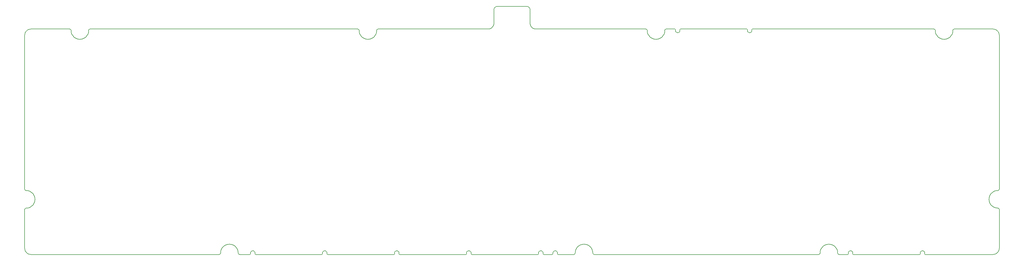
<source format=gm1>
G04 #@! TF.GenerationSoftware,KiCad,Pcbnew,(5.99.0-11177-g6c67dfa032)*
G04 #@! TF.CreationDate,2021-08-04T18:31:12+03:00*
G04 #@! TF.ProjectId,lyra_alpha,6c797261-5f61-46c7-9068-612e6b696361,rev?*
G04 #@! TF.SameCoordinates,Original*
G04 #@! TF.FileFunction,Profile,NP*
%FSLAX46Y46*%
G04 Gerber Fmt 4.6, Leading zero omitted, Abs format (unit mm)*
G04 Created by KiCad (PCBNEW (5.99.0-11177-g6c67dfa032)) date 2021-08-04 18:31:12*
%MOMM*%
%LPD*%
G01*
G04 APERTURE LIST*
%ADD10C,0.200000*%
G04 APERTURE END LIST*
D10*
X83862100Y-132550000D02*
X146052599Y-132550000D01*
X293412900Y-58450000D02*
X293397927Y-58746503D01*
X293353981Y-59034443D01*
X293282519Y-59312361D01*
X293185000Y-59578800D01*
X293062880Y-59832300D01*
X292917618Y-60071406D01*
X292750672Y-60294658D01*
X292563500Y-60500600D01*
X292357558Y-60687772D01*
X292134306Y-60854718D01*
X291895200Y-60999980D01*
X291641700Y-61122100D01*
X291375261Y-61219619D01*
X291097343Y-61291081D01*
X290809403Y-61335027D01*
X290512900Y-61350000D01*
X353829800Y-132550000D02*
X354014864Y-132468105D01*
X354079800Y-132300000D01*
X257917800Y-132300000D02*
X257999694Y-132485064D01*
X258167800Y-132550000D01*
X204793200Y-131325699D02*
X205016222Y-131359418D01*
X205212526Y-131453790D01*
X205371932Y-131598634D01*
X205484259Y-131783770D01*
X205539327Y-131999018D01*
X205543200Y-132075699D01*
X297681000Y-59174300D02*
X297457977Y-59140580D01*
X297261673Y-59046208D01*
X297102267Y-58901364D01*
X296989940Y-58716228D01*
X296934872Y-58500980D01*
X296931000Y-58424300D01*
X287612900Y-58452300D02*
X287613000Y-58444500D01*
X388662900Y-58433700D02*
X388663100Y-58450000D01*
X382863100Y-58452300D02*
X382863200Y-58444500D01*
X102912000Y-58433700D02*
X102912200Y-58450000D01*
X229605500Y-132550000D02*
X251406200Y-132550000D01*
X146052599Y-132550000D02*
X146268089Y-132501348D01*
X146436788Y-132369897D01*
X146536111Y-132177406D01*
X146553000Y-132052100D01*
X269599200Y-132048900D02*
X269599100Y-132071700D01*
X347663000Y-129150000D02*
X347959503Y-129164972D01*
X348247443Y-129208916D01*
X348525361Y-129280373D01*
X348791800Y-129377882D01*
X349045300Y-129499985D01*
X349284406Y-129645222D01*
X349507658Y-129812134D01*
X349713600Y-129999262D01*
X349900772Y-130205145D01*
X350067718Y-130428324D01*
X350212980Y-130667341D01*
X350335100Y-130920735D01*
X350432619Y-131187047D01*
X350504081Y-131464819D01*
X350548027Y-131752589D01*
X350563000Y-132048900D01*
X229355500Y-132300000D02*
X229437394Y-132485064D01*
X229605500Y-132550000D01*
X82256599Y-117200200D02*
X82041822Y-117251178D01*
X81874730Y-117384012D01*
X81777612Y-117576142D01*
X81762100Y-117700200D01*
X351062400Y-132550000D02*
X353829800Y-132550000D01*
X350563000Y-132048900D02*
X350562900Y-132071700D01*
X263298900Y-132550000D02*
X263514389Y-132501348D01*
X263683087Y-132369897D01*
X263782410Y-132177406D01*
X263799300Y-132052100D01*
X400611900Y-114298100D02*
X400626872Y-114001596D01*
X400670816Y-113713656D01*
X400742273Y-113435738D01*
X400839782Y-113169300D01*
X400961885Y-112915799D01*
X401107123Y-112676693D01*
X401274035Y-112453441D01*
X401461162Y-112247500D01*
X401667045Y-112060327D01*
X401890225Y-111893381D01*
X402129241Y-111748119D01*
X402382635Y-111626000D01*
X402648948Y-111528480D01*
X402926719Y-111457018D01*
X403214489Y-111413072D01*
X403510800Y-111398100D01*
X152852300Y-132550000D02*
X156168200Y-132550000D01*
X270098600Y-132550000D02*
X344262700Y-132550000D01*
X377860300Y-132300000D02*
X377860300Y-132075699D01*
X227855500Y-132075699D02*
X227889219Y-131852676D01*
X227983591Y-131656372D01*
X228128435Y-131496966D01*
X228313571Y-131384639D01*
X228528819Y-131329571D01*
X228605500Y-131325699D01*
X296931000Y-58200000D02*
X296849105Y-58014935D01*
X296681000Y-57950000D01*
X157168200Y-131325699D02*
X157391222Y-131359418D01*
X157587526Y-131453790D01*
X157746932Y-131598634D01*
X157859259Y-131783770D01*
X157914327Y-131999018D01*
X157918200Y-132075699D01*
X100012200Y-61350000D02*
X99715695Y-61335027D01*
X99427755Y-61291085D01*
X99149837Y-61219634D01*
X98883399Y-61122135D01*
X98629898Y-61000050D01*
X98390793Y-60854840D01*
X98167540Y-60687965D01*
X97961599Y-60500887D01*
X97774427Y-60295067D01*
X97607480Y-60071967D01*
X97462219Y-59833048D01*
X97340099Y-59579770D01*
X97242580Y-59313595D01*
X97171118Y-59035984D01*
X97127172Y-58748399D01*
X97112200Y-58452300D01*
X181968000Y-132550000D02*
X203793200Y-132550000D01*
X344763000Y-132050000D02*
X344777972Y-131753495D01*
X344821918Y-131465555D01*
X344893380Y-131187637D01*
X344990900Y-130921199D01*
X345113019Y-130667698D01*
X345258281Y-130428593D01*
X345425227Y-130205340D01*
X345612400Y-129999399D01*
X345818341Y-129812227D01*
X346041593Y-129645280D01*
X346280699Y-129500019D01*
X346534200Y-129377899D01*
X346800638Y-129280380D01*
X347078556Y-129208918D01*
X347366496Y-129164972D01*
X347663000Y-129150000D01*
X344763100Y-132052100D02*
X344763000Y-132050000D01*
X290512900Y-61350000D02*
X290216396Y-61335027D01*
X289928456Y-61291085D01*
X289650538Y-61219634D01*
X289384100Y-61122135D01*
X289130599Y-61000050D01*
X288891493Y-60854840D01*
X288668241Y-60687965D01*
X288462300Y-60500887D01*
X288275127Y-60295067D01*
X288108181Y-60071967D01*
X287962919Y-59833048D01*
X287840800Y-59579770D01*
X287743280Y-59313595D01*
X287671818Y-59035984D01*
X287627872Y-58748399D01*
X287612900Y-58452300D01*
X404011899Y-110898700D02*
X404011899Y-60050000D01*
X181718000Y-132300000D02*
X181799894Y-132485064D01*
X181968000Y-132550000D01*
X403511899Y-117198100D02*
X403215395Y-117183127D01*
X402927455Y-117139181D01*
X402649537Y-117067719D01*
X402383099Y-116970200D01*
X402129598Y-116848080D01*
X401890493Y-116702818D01*
X401667241Y-116535872D01*
X401461299Y-116348700D01*
X401274127Y-116142758D01*
X401107181Y-115919506D01*
X400961919Y-115680400D01*
X400839799Y-115426900D01*
X400742280Y-115160461D01*
X400670818Y-114882543D01*
X400626872Y-114594603D01*
X400611900Y-114298100D01*
X293412700Y-58433700D02*
X293412900Y-58450000D01*
X355579800Y-132300000D02*
X355661693Y-132485064D01*
X355829800Y-132550000D01*
X180968000Y-131325699D02*
X181191022Y-131359418D01*
X181387326Y-131453790D01*
X181546732Y-131598634D01*
X181659059Y-131783770D01*
X181714127Y-131999018D01*
X181718000Y-132075699D01*
X205543200Y-132075699D02*
X205543200Y-132300000D01*
X298681000Y-57950000D02*
X298495935Y-58031894D01*
X298431000Y-58200000D01*
X385763100Y-61350000D02*
X385466596Y-61335027D01*
X385178656Y-61291085D01*
X384900738Y-61219634D01*
X384634300Y-61122135D01*
X384380799Y-61000050D01*
X384141693Y-60854840D01*
X383918441Y-60687965D01*
X383712500Y-60500887D01*
X383525327Y-60295067D01*
X383358381Y-60071967D01*
X383213119Y-59833048D01*
X383091000Y-59579770D01*
X382993480Y-59313595D01*
X382922018Y-59035984D01*
X382878072Y-58748399D01*
X382863100Y-58452300D01*
X238011000Y-50449900D02*
X237790923Y-50472503D01*
X237585198Y-50537218D01*
X237398446Y-50639406D01*
X237235287Y-50774425D01*
X237100342Y-50937634D01*
X236998232Y-51124393D01*
X236933578Y-51330062D01*
X236911000Y-51550000D01*
X320461500Y-57950000D02*
X319788215Y-57950000D01*
X319114931Y-57950000D01*
X318441646Y-57950000D01*
X317768362Y-57950000D01*
X317095078Y-57950000D01*
X316421793Y-57950000D01*
X315748509Y-57950000D01*
X315075225Y-57950000D01*
X314401940Y-57950000D01*
X313728656Y-57950000D01*
X313055371Y-57950000D01*
X312382087Y-57950000D01*
X311708803Y-57950000D01*
X311035518Y-57950000D01*
X310362234Y-57950000D01*
X309688950Y-57950000D01*
X309015665Y-57950000D01*
X308342381Y-57950000D01*
X307669096Y-57950000D01*
X306995812Y-57950000D01*
X306322528Y-57950000D01*
X305649243Y-57950000D01*
X304975959Y-57950000D01*
X304302675Y-57950000D01*
X303629390Y-57950000D01*
X302956106Y-57950000D01*
X302282821Y-57950000D01*
X301609537Y-57950000D01*
X300936253Y-57950000D01*
X300262968Y-57950000D01*
X299589684Y-57950000D01*
X298916400Y-57950000D01*
X156418200Y-132075699D02*
X156451919Y-131852676D01*
X156546291Y-131656372D01*
X156691135Y-131496966D01*
X156876271Y-131384639D01*
X157091519Y-131329571D01*
X157168200Y-131325699D01*
X228605500Y-131325699D02*
X228828522Y-131359418D01*
X229024826Y-131453790D01*
X229184232Y-131598634D01*
X229296559Y-131783770D01*
X229351627Y-131999018D01*
X229355500Y-132075699D01*
X146553000Y-132052100D02*
X146552900Y-132050000D01*
X355829800Y-132550000D02*
X377610300Y-132550000D01*
X404011899Y-130449999D02*
X404011899Y-117698399D01*
X149452900Y-129150000D02*
X149749403Y-129164972D01*
X150037343Y-129208916D01*
X150315261Y-129280373D01*
X150581700Y-129377882D01*
X150835200Y-129499985D01*
X151074306Y-129645222D01*
X151297558Y-129812134D01*
X151503500Y-129999262D01*
X151690672Y-130205145D01*
X151857618Y-130428324D01*
X152002880Y-130667341D01*
X152125000Y-130920735D01*
X152222519Y-131187047D01*
X152293981Y-131464819D01*
X152337927Y-131752589D01*
X152352900Y-132048900D01*
X296681000Y-57950000D02*
X296421464Y-57950000D01*
X296161934Y-57950000D01*
X295902406Y-57950000D01*
X295642881Y-57950000D01*
X295383357Y-57950000D01*
X295123834Y-57950000D01*
X294864310Y-57950000D01*
X294604784Y-57950000D01*
X294345255Y-57950000D01*
X294085723Y-57950000D01*
X293912700Y-57950000D01*
X248863100Y-51550000D02*
X248840665Y-51328942D01*
X248776360Y-51122748D01*
X248674685Y-50935920D01*
X248540137Y-50772962D01*
X248377216Y-50638377D01*
X248190420Y-50536670D01*
X247984248Y-50472343D01*
X247763200Y-50449900D01*
X251406200Y-132550000D02*
X251591264Y-132468105D01*
X251656200Y-132300000D01*
X404011899Y-60050000D02*
X404001002Y-59836110D01*
X403969029Y-59628211D01*
X403917058Y-59427380D01*
X403846167Y-59234693D01*
X403757433Y-59051229D01*
X403651934Y-58878066D01*
X403530746Y-58716280D01*
X403394949Y-58566950D01*
X403245618Y-58431152D01*
X403083832Y-58309964D01*
X402910669Y-58204465D01*
X402727205Y-58115731D01*
X402534519Y-58044840D01*
X402333687Y-57992869D01*
X402125788Y-57960896D01*
X401911900Y-57950000D01*
X203793200Y-132550000D02*
X203978264Y-132468105D01*
X204043200Y-132300000D01*
X377860300Y-132075699D02*
X377894019Y-131852676D01*
X377988391Y-131656372D01*
X378133235Y-131496966D01*
X378318371Y-131384639D01*
X378533619Y-131329571D01*
X378610300Y-131325699D01*
X258167800Y-132550000D02*
X263298900Y-132550000D01*
X157918200Y-132300000D02*
X158000094Y-132485064D01*
X158168200Y-132550000D01*
X192359200Y-58452300D02*
X192359300Y-58444500D01*
X354079800Y-132075699D02*
X354113519Y-131852676D01*
X354207891Y-131656372D01*
X354352735Y-131496966D01*
X354537871Y-131384639D01*
X354753119Y-131329571D01*
X354829800Y-131325699D01*
X82262100Y-111400300D02*
X82558603Y-111415272D01*
X82846543Y-111459218D01*
X83124461Y-111530680D01*
X83390900Y-111628200D01*
X83644400Y-111750319D01*
X83883506Y-111895581D01*
X84106758Y-112062527D01*
X84312700Y-112249700D01*
X84499872Y-112455641D01*
X84666818Y-112678893D01*
X84812080Y-112917999D01*
X84934200Y-113171500D01*
X85031719Y-113437938D01*
X85103181Y-113715856D01*
X85147127Y-114003796D01*
X85162100Y-114300300D01*
X103412000Y-57950000D02*
X103200826Y-57996698D01*
X103033645Y-58123588D01*
X102932094Y-58310860D01*
X102912000Y-58433700D01*
X263799199Y-132050000D02*
X263814171Y-131753495D01*
X263858117Y-131465555D01*
X263929579Y-131187637D01*
X264027099Y-130921199D01*
X264149218Y-130667698D01*
X264294480Y-130428593D01*
X264461426Y-130205340D01*
X264648599Y-129999399D01*
X264854540Y-129812227D01*
X265077793Y-129645280D01*
X265316898Y-129500019D01*
X265570399Y-129377899D01*
X265836838Y-129280380D01*
X266114756Y-129208918D01*
X266402696Y-129164972D01*
X266699200Y-129150000D01*
X296931000Y-58424300D02*
X296931000Y-58200000D01*
X82245800Y-111400500D02*
X82262100Y-111400300D01*
X256417800Y-132300000D02*
X256417800Y-132075699D01*
X204043200Y-132075699D02*
X204076919Y-131852676D01*
X204171291Y-131656372D01*
X204316135Y-131496966D01*
X204501271Y-131384639D01*
X204716519Y-131329571D01*
X204793200Y-131325699D01*
X401911900Y-132550000D02*
X402125690Y-132539096D01*
X402333515Y-132507105D01*
X402534296Y-132455108D01*
X402726952Y-132384184D01*
X402910403Y-132295413D01*
X403083569Y-132189876D01*
X403245369Y-132068653D01*
X403394724Y-131932824D01*
X403530553Y-131783469D01*
X403651776Y-131621669D01*
X403757313Y-131448503D01*
X403846083Y-131265052D01*
X403917007Y-131072396D01*
X403969004Y-130871615D01*
X404000995Y-130663789D01*
X404011899Y-130449999D01*
X377610300Y-132550000D02*
X377795364Y-132468105D01*
X377860300Y-132300000D01*
X344262700Y-132550000D02*
X344478189Y-132501348D01*
X344646887Y-132369897D01*
X344746210Y-132177406D01*
X344763100Y-132052100D01*
X81762100Y-60050000D02*
X81762100Y-110900500D01*
X195259200Y-61350000D02*
X194962696Y-61335027D01*
X194674756Y-61291085D01*
X194396838Y-61219634D01*
X194130400Y-61122135D01*
X193876899Y-61000050D01*
X193637793Y-60854840D01*
X193414541Y-60687965D01*
X193208600Y-60500887D01*
X193021427Y-60295067D01*
X192854481Y-60071967D01*
X192709219Y-59833048D01*
X192587100Y-59579770D01*
X192489580Y-59313595D01*
X192418118Y-59035984D01*
X192374172Y-58748399D01*
X192359200Y-58452300D01*
X247763200Y-50449900D02*
X247458446Y-50449900D01*
X247153692Y-50449900D01*
X246848938Y-50449900D01*
X246544183Y-50449900D01*
X246239427Y-50449900D01*
X245934672Y-50449900D01*
X245629915Y-50449900D01*
X245325159Y-50449900D01*
X245020402Y-50449900D01*
X244715645Y-50449900D01*
X244410888Y-50449900D01*
X244106130Y-50449900D01*
X243801373Y-50449900D01*
X243496615Y-50449900D01*
X243191857Y-50449900D01*
X242887100Y-50449900D01*
X242582342Y-50449900D01*
X242277584Y-50449900D01*
X241972826Y-50449900D01*
X241668069Y-50449900D01*
X241363311Y-50449900D01*
X241058554Y-50449900D01*
X240753797Y-50449900D01*
X240449040Y-50449900D01*
X240144284Y-50449900D01*
X239839527Y-50449900D01*
X239534772Y-50449900D01*
X239230016Y-50449900D01*
X238925261Y-50449900D01*
X238620507Y-50449900D01*
X238315753Y-50449900D01*
X238011000Y-50449900D01*
X83862100Y-57950000D02*
X83648144Y-57960892D01*
X83440196Y-57992853D01*
X83239331Y-58044805D01*
X83046624Y-58115675D01*
X82863152Y-58204384D01*
X82689990Y-58309859D01*
X82528214Y-58431023D01*
X82378899Y-58566800D01*
X82243122Y-58716114D01*
X82121959Y-58877890D01*
X82016484Y-59051052D01*
X81927774Y-59234525D01*
X81856905Y-59427231D01*
X81804953Y-59628096D01*
X81772992Y-59836044D01*
X81762100Y-60050000D01*
X156168200Y-132550000D02*
X156353264Y-132468105D01*
X156418200Y-132300000D01*
X227605500Y-132550000D02*
X227790564Y-132468105D01*
X227855500Y-132300000D01*
X320711500Y-58424300D02*
X320711500Y-58200000D01*
X198159200Y-58450000D02*
X198144227Y-58746503D01*
X198100281Y-59034443D01*
X198028819Y-59312361D01*
X197931299Y-59578800D01*
X197809180Y-59832300D01*
X197663918Y-60071406D01*
X197496972Y-60294658D01*
X197309799Y-60500600D01*
X197103858Y-60687772D01*
X196880605Y-60854718D01*
X196641500Y-60999980D01*
X196387999Y-61122100D01*
X196121561Y-61219619D01*
X195843643Y-61291081D01*
X195555703Y-61335027D01*
X195259200Y-61350000D01*
X256417800Y-132075699D02*
X256451519Y-131852676D01*
X256545891Y-131656372D01*
X256690735Y-131496966D01*
X256875871Y-131384639D01*
X257091119Y-131329571D01*
X257167800Y-131325699D01*
X263799300Y-132052100D02*
X263799199Y-132050000D01*
X158168200Y-132550000D02*
X179968000Y-132550000D01*
X181718000Y-132075699D02*
X181718000Y-132300000D01*
X322211500Y-58424300D02*
X322177780Y-58647322D01*
X322083408Y-58843626D01*
X321938564Y-59003032D01*
X321753428Y-59115359D01*
X321538180Y-59170427D01*
X321461500Y-59174300D01*
X382863200Y-58444500D02*
X382812221Y-58229723D01*
X382679387Y-58062630D01*
X382487257Y-57965512D01*
X382363200Y-57950000D01*
X321461500Y-59174300D02*
X321238477Y-59140580D01*
X321042173Y-59046208D01*
X320882767Y-58901364D01*
X320770440Y-58716228D01*
X320715372Y-58500980D01*
X320711500Y-58424300D01*
X227855500Y-132300000D02*
X227855500Y-132075699D01*
X382363200Y-57950000D02*
X380491274Y-57950000D01*
X378619348Y-57950000D01*
X376747422Y-57950000D01*
X374875495Y-57950000D01*
X373003568Y-57950000D01*
X371131640Y-57950000D01*
X369259712Y-57950000D01*
X367387784Y-57950000D01*
X365515855Y-57950000D01*
X363643926Y-57950000D01*
X361771997Y-57950000D01*
X359900068Y-57950000D01*
X358028138Y-57950000D01*
X356156209Y-57950000D01*
X354284279Y-57950000D01*
X352412350Y-57950000D01*
X350540420Y-57950000D01*
X348668490Y-57950000D01*
X346796561Y-57950000D01*
X344924631Y-57950000D01*
X343052702Y-57950000D01*
X341180773Y-57950000D01*
X339308844Y-57950000D01*
X337436915Y-57950000D01*
X335564987Y-57950000D01*
X333693059Y-57950000D01*
X331821131Y-57950000D01*
X329949204Y-57950000D01*
X328077277Y-57950000D01*
X326205351Y-57950000D01*
X324333425Y-57950000D01*
X322461500Y-57950000D01*
X253406200Y-132550000D02*
X256167800Y-132550000D01*
X257917800Y-132075699D02*
X257917800Y-132300000D01*
X81762100Y-110900500D02*
X81808798Y-111111672D01*
X81935688Y-111278853D01*
X82122960Y-111380405D01*
X82245800Y-111400500D01*
X85162100Y-114300300D02*
X85147127Y-114596803D01*
X85103185Y-114884743D01*
X85031734Y-115162661D01*
X84934235Y-115429100D01*
X84812150Y-115682600D01*
X84666940Y-115921706D01*
X84500065Y-116144958D01*
X84312987Y-116350900D01*
X84107167Y-116538072D01*
X83884067Y-116705018D01*
X83645148Y-116850280D01*
X83391870Y-116972400D01*
X83125695Y-117069919D01*
X82848084Y-117141381D01*
X82560499Y-117185327D01*
X82264400Y-117200300D01*
X322461500Y-57950000D02*
X322276435Y-58031894D01*
X322211500Y-58200000D01*
X152352800Y-132071700D02*
X152408417Y-132280476D01*
X152541644Y-132441826D01*
X152730896Y-132535142D01*
X152852300Y-132550000D01*
X96612300Y-57950000D02*
X83862100Y-57950000D01*
X401911900Y-57950000D02*
X389162900Y-57950000D01*
X403510800Y-111398100D02*
X403533600Y-111398200D01*
X204043200Y-132300000D02*
X204043200Y-132075699D01*
X82264400Y-117200300D02*
X82256599Y-117200200D01*
X180218000Y-132300000D02*
X180218000Y-132075699D01*
X287613000Y-58444500D02*
X287562021Y-58229723D01*
X287429187Y-58062630D01*
X287237057Y-57965512D01*
X287113000Y-57950000D01*
X191859300Y-57950000D02*
X103412000Y-57950000D01*
X156418200Y-132300000D02*
X156418200Y-132075699D01*
X97112200Y-58452300D02*
X97112300Y-58444500D01*
X236911000Y-51550000D02*
X236910800Y-56049600D01*
X320711500Y-58200000D02*
X320629605Y-58014935D01*
X320461500Y-57950000D01*
X102912200Y-58450000D02*
X102897227Y-58746503D01*
X102853281Y-59034443D01*
X102781819Y-59312361D01*
X102684300Y-59578800D01*
X102562180Y-59832300D01*
X102416918Y-60071406D01*
X102249972Y-60294658D01*
X102062800Y-60500600D01*
X101856858Y-60687772D01*
X101633606Y-60854718D01*
X101394500Y-60999980D01*
X101141000Y-61122100D01*
X100874561Y-61219619D01*
X100596643Y-61291081D01*
X100308703Y-61335027D01*
X100012200Y-61350000D01*
X253156200Y-132300000D02*
X253238094Y-132485064D01*
X253406200Y-132550000D01*
X293912700Y-57950000D02*
X293701527Y-57996698D01*
X293534346Y-58123588D01*
X293432794Y-58310860D01*
X293412700Y-58433700D01*
X379610300Y-132550000D02*
X401911900Y-132550000D01*
X252406200Y-131325699D02*
X252629222Y-131359418D01*
X252825526Y-131453790D01*
X252984932Y-131598634D01*
X253097259Y-131783770D01*
X253152327Y-131999018D01*
X253156200Y-132075699D01*
X257167800Y-131325699D02*
X257390822Y-131359418D01*
X257587126Y-131453790D01*
X257746532Y-131598634D01*
X257858859Y-131783770D01*
X257913927Y-131999018D01*
X257917800Y-132075699D01*
X355579800Y-132075699D02*
X355579800Y-132300000D01*
X192359300Y-58444500D02*
X192308321Y-58229723D01*
X192175487Y-58062630D01*
X191983357Y-57965512D01*
X191859300Y-57950000D01*
X404011899Y-117698399D02*
X403963247Y-117482910D01*
X403831797Y-117314211D01*
X403639306Y-117214888D01*
X403514000Y-117198000D01*
X180218000Y-132075699D02*
X180251719Y-131852676D01*
X180346091Y-131656372D01*
X180490935Y-131496966D01*
X180676071Y-131384639D01*
X180891319Y-131329571D01*
X180968000Y-131325699D01*
X251656200Y-132300000D02*
X251656200Y-132075699D01*
X205543200Y-132300000D02*
X205625094Y-132485064D01*
X205793200Y-132550000D01*
X378610300Y-131325699D02*
X378833322Y-131359418D01*
X379029626Y-131453790D01*
X379189032Y-131598634D01*
X379301359Y-131783770D01*
X379356427Y-131999018D01*
X379360300Y-132075699D01*
X152352900Y-132048900D02*
X152352800Y-132071700D01*
X388663100Y-58450000D02*
X388648127Y-58746503D01*
X388604181Y-59034443D01*
X388532719Y-59312361D01*
X388435200Y-59578800D01*
X388313080Y-59832300D01*
X388167818Y-60071406D01*
X388000872Y-60294658D01*
X387813700Y-60500600D01*
X387607758Y-60687772D01*
X387384506Y-60854718D01*
X387145400Y-60999980D01*
X386891900Y-61122100D01*
X386625461Y-61219619D01*
X386347543Y-61291081D01*
X386059603Y-61335027D01*
X385763100Y-61350000D01*
X198659000Y-57950000D02*
X198447827Y-57996698D01*
X198280646Y-58123588D01*
X198179094Y-58310860D01*
X198159000Y-58433700D01*
X253156200Y-132075699D02*
X253156200Y-132300000D01*
X322211500Y-58200000D02*
X322211500Y-58424300D01*
X97112300Y-58444500D02*
X97061321Y-58229723D01*
X96928487Y-58062630D01*
X96736357Y-57965512D01*
X96612300Y-57950000D01*
X205793200Y-132550000D02*
X227605500Y-132550000D01*
X235087100Y-57949200D02*
X198659000Y-57950000D01*
X403533600Y-111398200D02*
X403742375Y-111342581D01*
X403903726Y-111209354D01*
X403997041Y-111020103D01*
X404011899Y-110898700D01*
X250686900Y-57950000D02*
X250400319Y-57925365D01*
X250130356Y-57854776D01*
X249879537Y-57743204D01*
X249650390Y-57595619D01*
X249445440Y-57416993D01*
X249267214Y-57212296D01*
X249118240Y-56986500D01*
X249001045Y-56744576D01*
X248918154Y-56491494D01*
X248872095Y-56232227D01*
X248863100Y-56058400D01*
X236910800Y-56049600D02*
X236890766Y-56310589D01*
X236832323Y-56568986D01*
X236737956Y-56819750D01*
X236610150Y-57057842D01*
X236451392Y-57278222D01*
X236264168Y-57475849D01*
X236050963Y-57645686D01*
X235814262Y-57782690D01*
X235556552Y-57881824D01*
X235280319Y-57938046D01*
X235087100Y-57949200D01*
X298431000Y-58200000D02*
X298431000Y-58424300D01*
X379360300Y-132300000D02*
X379442194Y-132485064D01*
X379610300Y-132550000D01*
X350562900Y-132071700D02*
X350618518Y-132280476D01*
X350751745Y-132441826D01*
X350940996Y-132535142D01*
X351062400Y-132550000D01*
X389162900Y-57950000D02*
X388951727Y-57996698D01*
X388784546Y-58123588D01*
X388682994Y-58310860D01*
X388662900Y-58433700D01*
X179968000Y-132550000D02*
X180153064Y-132468105D01*
X180218000Y-132300000D01*
X354829800Y-131325699D02*
X355052822Y-131359418D01*
X355249126Y-131453790D01*
X355408532Y-131598634D01*
X355520859Y-131783770D01*
X355575927Y-131999018D01*
X355579800Y-132075699D01*
X251656200Y-132075699D02*
X251689919Y-131852676D01*
X251784291Y-131656372D01*
X251929135Y-131496966D01*
X252114271Y-131384639D01*
X252329519Y-131329571D01*
X252406200Y-131325699D01*
X298916400Y-57950000D02*
X298681000Y-57950000D01*
X269599100Y-132071700D02*
X269654718Y-132280476D01*
X269787945Y-132441826D01*
X269977196Y-132535142D01*
X270098600Y-132550000D01*
X287113000Y-57950000D02*
X250686900Y-57950000D01*
X81762100Y-130449999D02*
X81773000Y-130663855D01*
X81804981Y-130871730D01*
X81856965Y-131072545D01*
X81927873Y-131265221D01*
X82016625Y-131448681D01*
X82122143Y-131621845D01*
X82243349Y-131783636D01*
X82379162Y-131932974D01*
X82528505Y-132068783D01*
X82690298Y-132189982D01*
X82863462Y-132295494D01*
X83046920Y-132384240D01*
X83239591Y-132455142D01*
X83440397Y-132507122D01*
X83648260Y-132539100D01*
X83862100Y-132550000D01*
X146552900Y-132050000D02*
X146567872Y-131753495D01*
X146611818Y-131465555D01*
X146683280Y-131187637D01*
X146780799Y-130921199D01*
X146902919Y-130667698D01*
X147048180Y-130428593D01*
X147215127Y-130205340D01*
X147402299Y-129999399D01*
X147608240Y-129812227D01*
X147831493Y-129645280D01*
X148070598Y-129500019D01*
X148324099Y-129377899D01*
X148590537Y-129280380D01*
X148868455Y-129208918D01*
X149156395Y-129164972D01*
X149452900Y-129150000D01*
X198159000Y-58433700D02*
X198159200Y-58450000D01*
X256167800Y-132550000D02*
X256352864Y-132468105D01*
X256417800Y-132300000D01*
X248863100Y-56058400D02*
X248863100Y-51550000D01*
X266699200Y-129150000D02*
X266995703Y-129164972D01*
X267283643Y-129208916D01*
X267561561Y-129280373D01*
X267827999Y-129377882D01*
X268081500Y-129499985D01*
X268320605Y-129645222D01*
X268543858Y-129812134D01*
X268749799Y-129999262D01*
X268936972Y-130205145D01*
X269103918Y-130428324D01*
X269249180Y-130667341D01*
X269371299Y-130920735D01*
X269468819Y-131187047D01*
X269540281Y-131464819D01*
X269584227Y-131752589D01*
X269599200Y-132048900D01*
X379360300Y-132075699D02*
X379360300Y-132300000D01*
X81762100Y-117700200D02*
X81762100Y-130449999D01*
X298431000Y-58424300D02*
X298397280Y-58647322D01*
X298302908Y-58843626D01*
X298158064Y-59003032D01*
X297972928Y-59115359D01*
X297757680Y-59170427D01*
X297681000Y-59174300D01*
X157918200Y-132075699D02*
X157918200Y-132300000D01*
X229355500Y-132075699D02*
X229355500Y-132300000D01*
X403514000Y-117198000D02*
X403511899Y-117198100D01*
X354079800Y-132300000D02*
X354079800Y-132075699D01*
M02*

</source>
